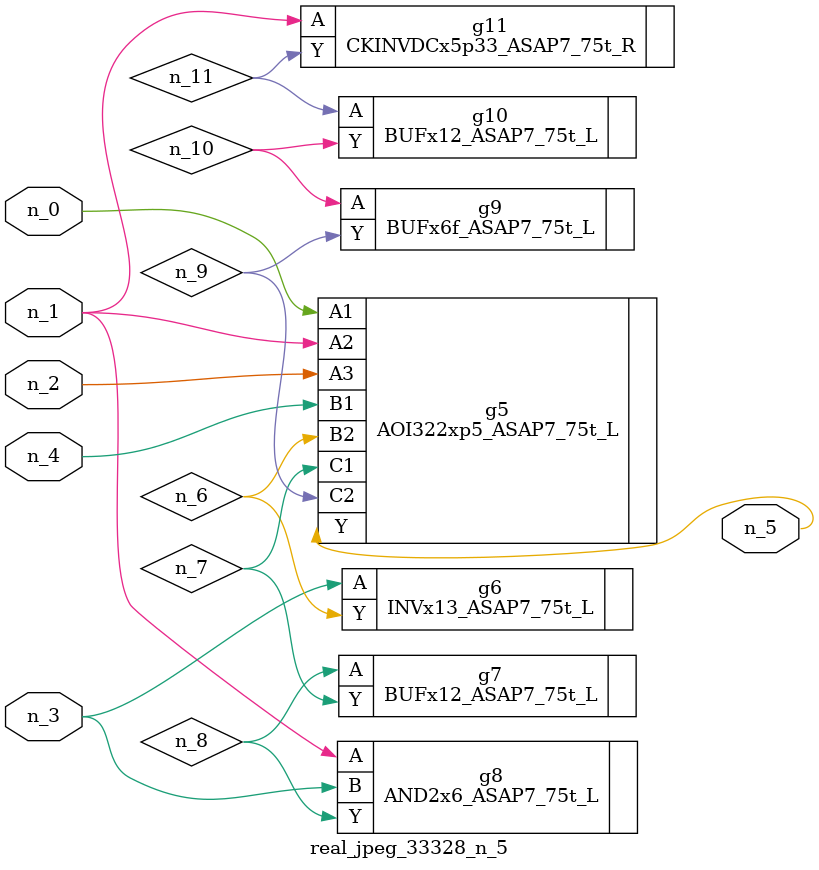
<source format=v>
module real_jpeg_33328_n_5 (n_4, n_0, n_1, n_2, n_3, n_5);

input n_4;
input n_0;
input n_1;
input n_2;
input n_3;

output n_5;

wire n_8;
wire n_11;
wire n_6;
wire n_7;
wire n_10;
wire n_9;

AOI322xp5_ASAP7_75t_L g5 ( 
.A1(n_0),
.A2(n_1),
.A3(n_2),
.B1(n_4),
.B2(n_6),
.C1(n_7),
.C2(n_9),
.Y(n_5)
);

AND2x6_ASAP7_75t_L g8 ( 
.A(n_1),
.B(n_3),
.Y(n_8)
);

CKINVDCx5p33_ASAP7_75t_R g11 ( 
.A(n_1),
.Y(n_11)
);

INVx13_ASAP7_75t_L g6 ( 
.A(n_3),
.Y(n_6)
);

BUFx12_ASAP7_75t_L g7 ( 
.A(n_8),
.Y(n_7)
);

BUFx6f_ASAP7_75t_L g9 ( 
.A(n_10),
.Y(n_9)
);

BUFx12_ASAP7_75t_L g10 ( 
.A(n_11),
.Y(n_10)
);


endmodule
</source>
